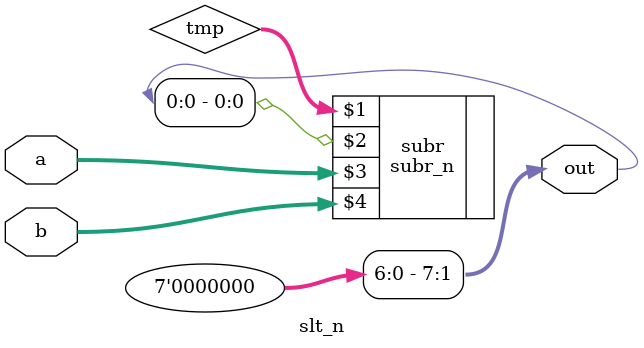
<source format=v>
`timescale 1ns / 1ps


module slt_n #(parameter N = 8)(out, a, b);
	input [N-1:0] a, b;
	output [N-1:0] out;
    wire [N-1:0] tmp;
    
    assign out[N-1:1] = {(N-1){1'b0}};
    subr_n #(N) subr (tmp, out[0], a, b);

endmodule

</source>
